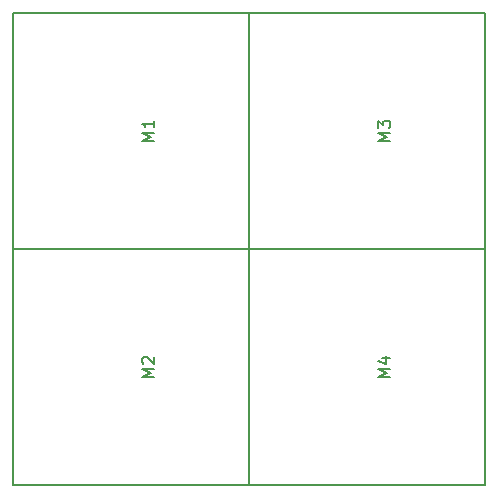
<source format=gto>
G04 (created by PCBNEW (2013-mar-13)-testing) date Tue 20 Aug 2013 10:34:20 AM PDT*
%MOIN*%
G04 Gerber Fmt 3.4, Leading zero omitted, Abs format*
%FSLAX34Y34*%
G01*
G70*
G90*
G04 APERTURE LIST*
%ADD10C,0.005906*%
%ADD11C,0.008000*%
G04 APERTURE END LIST*
G54D10*
X23622Y-19685D02*
X27559Y-19685D01*
X27559Y-19685D02*
X27559Y-27559D01*
X27559Y-27559D02*
X19685Y-27559D01*
X19685Y-27559D02*
X19685Y-19685D01*
X19685Y-19685D02*
X23818Y-19685D01*
X23622Y-27559D02*
X27559Y-27559D01*
X27559Y-27559D02*
X27559Y-35433D01*
X27559Y-35433D02*
X19685Y-35433D01*
X19685Y-35433D02*
X19685Y-27559D01*
X19685Y-27559D02*
X23818Y-27559D01*
X31496Y-19685D02*
X35433Y-19685D01*
X35433Y-19685D02*
X35433Y-27559D01*
X35433Y-27559D02*
X27559Y-27559D01*
X27559Y-27559D02*
X27559Y-19685D01*
X27559Y-19685D02*
X31692Y-19685D01*
X31496Y-27559D02*
X35433Y-27559D01*
X35433Y-27559D02*
X35433Y-35433D01*
X35433Y-35433D02*
X27559Y-35433D01*
X27559Y-35433D02*
X27559Y-27559D01*
X27559Y-27559D02*
X31692Y-27559D01*
G54D11*
X24393Y-23945D02*
X23993Y-23945D01*
X24279Y-23812D01*
X23993Y-23679D01*
X24393Y-23679D01*
X24393Y-23279D02*
X24393Y-23507D01*
X24393Y-23393D02*
X23993Y-23393D01*
X24050Y-23431D01*
X24088Y-23469D01*
X24107Y-23507D01*
X24393Y-31819D02*
X23993Y-31819D01*
X24279Y-31686D01*
X23993Y-31553D01*
X24393Y-31553D01*
X24031Y-31381D02*
X24012Y-31362D01*
X23993Y-31324D01*
X23993Y-31229D01*
X24012Y-31191D01*
X24031Y-31172D01*
X24069Y-31153D01*
X24107Y-31153D01*
X24164Y-31172D01*
X24393Y-31400D01*
X24393Y-31153D01*
X32267Y-23945D02*
X31867Y-23945D01*
X32153Y-23812D01*
X31867Y-23679D01*
X32267Y-23679D01*
X31867Y-23526D02*
X31867Y-23279D01*
X32019Y-23412D01*
X32019Y-23355D01*
X32038Y-23317D01*
X32058Y-23298D01*
X32096Y-23279D01*
X32191Y-23279D01*
X32229Y-23298D01*
X32248Y-23317D01*
X32267Y-23355D01*
X32267Y-23469D01*
X32248Y-23507D01*
X32229Y-23526D01*
X32267Y-31819D02*
X31867Y-31819D01*
X32153Y-31686D01*
X31867Y-31553D01*
X32267Y-31553D01*
X32000Y-31191D02*
X32267Y-31191D01*
X31848Y-31286D02*
X32134Y-31381D01*
X32134Y-31134D01*
M02*

</source>
